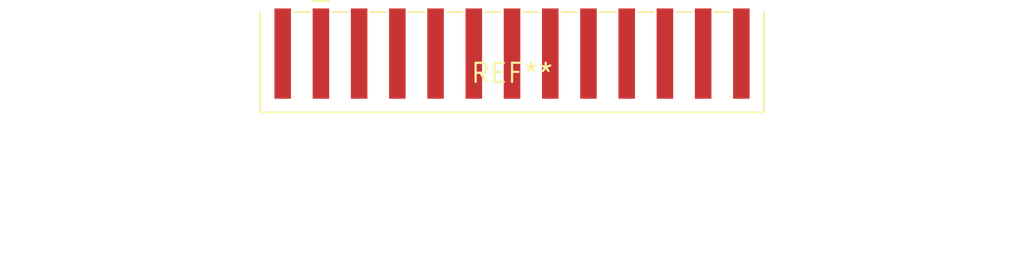
<source format=kicad_pcb>
(kicad_pcb (version 20240108) (generator pcbnew)
  (layers (0 "F.Cu" signal) (31 "B.Cu" signal) (34 "B.Paste" user) (35 "F.Paste" user) (36 "B.SilkS" user "B.Silkscreen") (37 "F.SilkS" user "F.Silkscreen") (38 "B.Mask" user) (39 "F.Mask" user) (44 "Edge.Cuts" user))
  (net 0 "")
  (footprint "Harting_har-flexicon_14111113010xxx_1x11-MP_P2.54mm_Horizontal" (layer "F.Cu") (at 0 0)
    (property "Reference" "REF**")
    (property "Value" "Harting_har-flexicon_14111113010xxx_1x11-MP_P2.54mm_Horizontal")
    (fp_line (start -16.735 -4.06) (end -16.735 2.61) (layer "F.SilkS") (stroke (width 0.12)))
    (fp_line (start -14.478 -4.06) (end -13.462 -4.06) (layer "F.SilkS") (stroke (width 0.12)))
    (fp_line (start -13.25 -4.8) (end -12.15 -4.8) (layer "F.SilkS") (stroke (width 0.12)))
    (fp_line (start -11.938 -4.06) (end -10.922 -4.06) (layer "F.SilkS") (stroke (width 0.12)))
    (fp_line (start -9.398 -4.06) (end -8.382 -4.06) (layer "F.SilkS") (stroke (width 0.12)))
    (fp_line (start -6.858 -4.06) (end -5.842 -4.06) (layer "F.SilkS") (stroke (width 0.12)))
    (fp_line (start -4.318 -4.06) (end -3.302 -4.06) (layer "F.SilkS") (stroke (width 0.12)))
    (fp_line (start -1.778 -4.06) (end -0.762 -4.06) (layer "F.SilkS") (stroke (width 0.12)))
    (fp_line (start 0.762 -4.06) (end 1.778 -4.06) (layer "F.SilkS") (stroke (width 0.12)))
    (fp_line (start 3.302 -4.06) (end 4.318 -4.06) (layer "F.SilkS") (stroke (width 0.12)))
    (fp_line (start 5.842 -4.06) (end 6.858 -4.06) (layer "F.SilkS") (stroke (width 0.12)))
    (fp_line (start 8.382 -4.06) (end 9.398 -4.06) (layer "F.SilkS") (stroke (width 0.12)))
    (fp_line (start 10.922 -4.06) (end 11.938 -4.06) (layer "F.SilkS") (stroke (width 0.12)))
    (fp_line (start 13.462 -4.06) (end 14.478 -4.06) (layer "F.SilkS") (stroke (width 0.12)))
    (fp_line (start 16.735 -4.06) (end 16.735 2.61) (layer "F.SilkS") (stroke (width 0.12)))
    (fp_line (start 16.735 2.61) (end -16.735 2.61) (layer "F.SilkS") (stroke (width 0.12)))
    (pad "1" smd rect (at -12.7 -1.3) (size 1.1 6) (layers "F.Cu" "F.Paste" "F.Mask"))
    (pad "2" smd rect (at -10.16 -1.3) (size 1.1 6) (layers "F.Cu" "F.Paste" "F.Mask"))
    (pad "3" smd rect (at -7.62 -1.3) (size 1.1 6) (layers "F.Cu" "F.Paste" "F.Mask"))
    (pad "4" smd rect (at -5.08 -1.3) (size 1.1 6) (layers "F.Cu" "F.Paste" "F.Mask"))
    (pad "5" smd rect (at -2.54 -1.3) (size 1.1 6) (layers "F.Cu" "F.Paste" "F.Mask"))
    (pad "6" smd rect (at 0 -1.3) (size 1.1 6) (layers "F.Cu" "F.Paste" "F.Mask"))
    (pad "7" smd rect (at 2.54 -1.3) (size 1.1 6) (layers "F.Cu" "F.Paste" "F.Mask"))
    (pad "8" smd rect (at 5.08 -1.3) (size 1.1 6) (layers "F.Cu" "F.Paste" "F.Mask"))
    (pad "9" smd rect (at 7.62 -1.3) (size 1.1 6) (layers "F.Cu" "F.Paste" "F.Mask"))
    (pad "10" smd rect (at 10.16 -1.3) (size 1.1 6) (layers "F.Cu" "F.Paste" "F.Mask"))
    (pad "11" smd rect (at 12.7 -1.3) (size 1.1 6) (layers "F.Cu" "F.Paste" "F.Mask"))
    (pad "MP" smd rect (at -15.24 -1.3) (size 1.1 6) (layers "F.Cu" "F.Paste" "F.Mask"))
    (pad "MP" smd rect (at 15.24 -1.3) (size 1.1 6) (layers "F.Cu" "F.Paste" "F.Mask"))
  )
)
</source>
